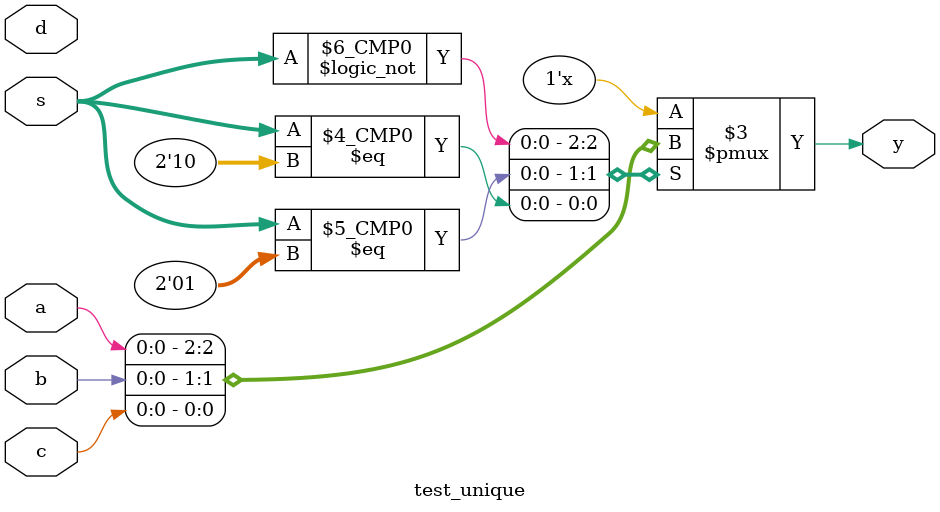
<source format=sv>
module test_unique
(input [1:0] s,
input a,b,c,d,
output reg y);

always@(a,b,c,d,s)// Synthesis pragmas have been replaced by unique keyword in SV
begin
	unique case(s)// Throws warning against latch inferences in simulator , formal as well as synthesis tool
		2'b00: y = a;
		2'b01: y = b;
		2'b10: y = c;
		endcase
end
endmodule

</source>
